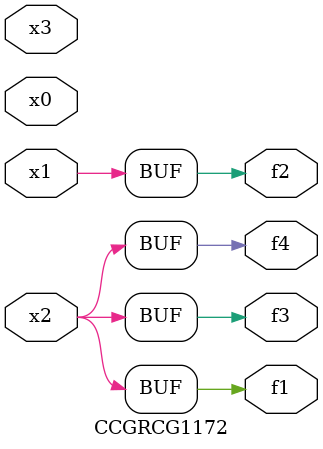
<source format=v>
module CCGRCG1172(
	input x0, x1, x2, x3,
	output f1, f2, f3, f4
);
	assign f1 = x2;
	assign f2 = x1;
	assign f3 = x2;
	assign f4 = x2;
endmodule

</source>
